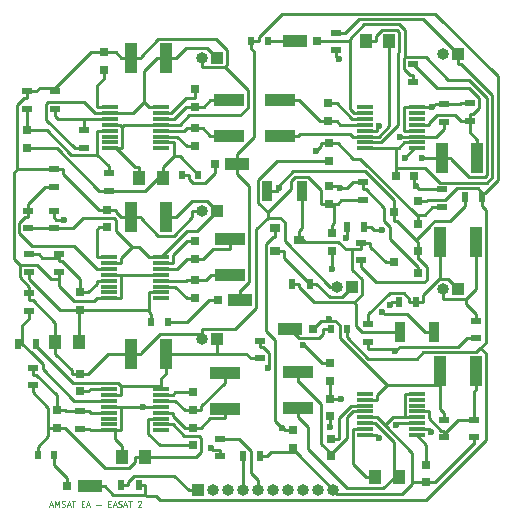
<source format=gbr>
G04 #@! TF.FileFunction,Copper,L1,Top,Signal*
%FSLAX46Y46*%
G04 Gerber Fmt 4.6, Leading zero omitted, Abs format (unit mm)*
G04 Created by KiCad (PCBNEW 4.0.7) date 04/11/18 20:39:28*
%MOMM*%
%LPD*%
G01*
G04 APERTURE LIST*
%ADD10C,0.100000*%
%ADD11C,0.125000*%
%ADD12R,0.800000X0.800000*%
%ADD13R,2.000000X1.100000*%
%ADD14R,0.750000X0.800000*%
%ADD15R,2.500000X1.000000*%
%ADD16R,0.900000X0.500000*%
%ADD17R,1.000000X1.250000*%
%ADD18R,0.600000X0.700000*%
%ADD19R,1.400000X0.300000*%
%ADD20R,0.500000X0.900000*%
%ADD21R,1.000000X2.500000*%
%ADD22R,0.800100X0.800100*%
%ADD23R,0.900000X1.700000*%
%ADD24R,0.800000X0.750000*%
%ADD25R,0.900000X0.800000*%
%ADD26R,1.000000X1.000000*%
%ADD27O,1.000000X1.000000*%
%ADD28C,0.600000*%
%ADD29C,0.250000*%
G04 APERTURE END LIST*
D10*
D11*
X126489050Y-124513333D02*
X126727145Y-124513333D01*
X126441431Y-124656190D02*
X126608098Y-124156190D01*
X126774764Y-124656190D01*
X126941431Y-124656190D02*
X126941431Y-124156190D01*
X127108097Y-124513333D01*
X127274764Y-124156190D01*
X127274764Y-124656190D01*
X127489050Y-124632381D02*
X127560479Y-124656190D01*
X127679526Y-124656190D01*
X127727145Y-124632381D01*
X127750955Y-124608571D01*
X127774764Y-124560952D01*
X127774764Y-124513333D01*
X127750955Y-124465714D01*
X127727145Y-124441905D01*
X127679526Y-124418095D01*
X127584288Y-124394286D01*
X127536669Y-124370476D01*
X127512860Y-124346667D01*
X127489050Y-124299048D01*
X127489050Y-124251429D01*
X127512860Y-124203810D01*
X127536669Y-124180000D01*
X127584288Y-124156190D01*
X127703336Y-124156190D01*
X127774764Y-124180000D01*
X127965240Y-124513333D02*
X128203335Y-124513333D01*
X127917621Y-124656190D02*
X128084288Y-124156190D01*
X128250954Y-124656190D01*
X128346192Y-124156190D02*
X128631906Y-124156190D01*
X128489049Y-124656190D02*
X128489049Y-124156190D01*
X129179525Y-124394286D02*
X129346191Y-124394286D01*
X129417620Y-124656190D02*
X129179525Y-124656190D01*
X129179525Y-124156190D01*
X129417620Y-124156190D01*
X129608096Y-124513333D02*
X129846191Y-124513333D01*
X129560477Y-124656190D02*
X129727144Y-124156190D01*
X129893810Y-124656190D01*
X130441429Y-124465714D02*
X130822381Y-124465714D01*
X131441429Y-124394286D02*
X131608095Y-124394286D01*
X131679524Y-124656190D02*
X131441429Y-124656190D01*
X131441429Y-124156190D01*
X131679524Y-124156190D01*
X131870000Y-124513333D02*
X132108095Y-124513333D01*
X131822381Y-124656190D02*
X131989048Y-124156190D01*
X132155714Y-124656190D01*
X132298571Y-124632381D02*
X132370000Y-124656190D01*
X132489047Y-124656190D01*
X132536666Y-124632381D01*
X132560476Y-124608571D01*
X132584285Y-124560952D01*
X132584285Y-124513333D01*
X132560476Y-124465714D01*
X132536666Y-124441905D01*
X132489047Y-124418095D01*
X132393809Y-124394286D01*
X132346190Y-124370476D01*
X132322381Y-124346667D01*
X132298571Y-124299048D01*
X132298571Y-124251429D01*
X132322381Y-124203810D01*
X132346190Y-124180000D01*
X132393809Y-124156190D01*
X132512857Y-124156190D01*
X132584285Y-124180000D01*
X132774761Y-124513333D02*
X133012856Y-124513333D01*
X132727142Y-124656190D02*
X132893809Y-124156190D01*
X133060475Y-124656190D01*
X133155713Y-124156190D02*
X133441427Y-124156190D01*
X133298570Y-124656190D02*
X133298570Y-124156190D01*
X133965236Y-124203810D02*
X133989046Y-124180000D01*
X134036665Y-124156190D01*
X134155712Y-124156190D01*
X134203331Y-124180000D01*
X134227141Y-124203810D01*
X134250950Y-124251429D01*
X134250950Y-124299048D01*
X134227141Y-124370476D01*
X133941427Y-124656190D01*
X134250950Y-124656190D01*
D12*
X148770000Y-109630000D03*
D13*
X146870000Y-109630000D03*
D14*
X150250000Y-115500000D03*
X150250000Y-117000000D03*
X150250000Y-112500000D03*
X150250000Y-114000000D03*
D15*
X147500000Y-116250000D03*
X147500000Y-113250000D03*
D14*
X147070000Y-118180000D03*
X147070000Y-119680000D03*
D16*
X159870000Y-117280000D03*
X159870000Y-118780000D03*
X162570000Y-110380000D03*
X162570000Y-108880000D03*
X162370000Y-117280000D03*
X162370000Y-118780000D03*
X153470000Y-109180000D03*
X153470000Y-110680000D03*
D17*
X156070000Y-122130000D03*
X154070000Y-122130000D03*
D14*
X150070000Y-90480000D03*
X150070000Y-91980000D03*
D18*
X150270000Y-109630000D03*
X151670000Y-109630000D03*
D19*
X157570000Y-118580000D03*
X157570000Y-118080000D03*
X157570000Y-117580000D03*
X157570000Y-117080000D03*
X157570000Y-116580000D03*
X153170000Y-116580000D03*
X153170000Y-117080000D03*
X153170000Y-117580000D03*
X153170000Y-118080000D03*
X153170000Y-118580000D03*
X157570000Y-116080000D03*
X157570000Y-115580000D03*
X157570000Y-115080000D03*
X153170000Y-116080000D03*
X153170000Y-115580000D03*
X153170000Y-115080000D03*
D20*
X132520000Y-122830000D03*
X134020000Y-122830000D03*
D21*
X159570000Y-113130000D03*
X162570000Y-113130000D03*
D14*
X150170000Y-93880000D03*
X150170000Y-95380000D03*
X150370000Y-101480000D03*
X150370000Y-102980000D03*
D15*
X145970000Y-93230000D03*
X145970000Y-90230000D03*
D12*
X149150000Y-85250000D03*
D13*
X147250000Y-85250000D03*
D20*
X161620000Y-98430000D03*
X163120000Y-98430000D03*
D16*
X157270000Y-88680000D03*
X157270000Y-87180000D03*
D14*
X158370000Y-121080000D03*
X158370000Y-122580000D03*
D16*
X162070000Y-91980000D03*
X162070000Y-90480000D03*
D18*
X144970000Y-85230000D03*
X143570000Y-85230000D03*
D16*
X150750000Y-84500000D03*
X150750000Y-86000000D03*
D21*
X159670000Y-95130000D03*
X162670000Y-95130000D03*
D14*
X150170000Y-97480000D03*
X150170000Y-98980000D03*
D19*
X157550000Y-94300000D03*
X157550000Y-93800000D03*
X157550000Y-93300000D03*
X157550000Y-92800000D03*
X157550000Y-92300000D03*
X153150000Y-92300000D03*
X153150000Y-92800000D03*
X153150000Y-93300000D03*
X153150000Y-93800000D03*
X153150000Y-94300000D03*
X157550000Y-91800000D03*
X157550000Y-91300000D03*
X157550000Y-90800000D03*
X153150000Y-91800000D03*
X153150000Y-91300000D03*
X153150000Y-90800000D03*
D17*
X155250000Y-85250000D03*
X153250000Y-85250000D03*
D16*
X159870000Y-92080000D03*
X159870000Y-90580000D03*
D15*
X141370000Y-113330000D03*
X141370000Y-116330000D03*
D12*
X127970000Y-122930000D03*
D13*
X129870000Y-122930000D03*
D14*
X138600000Y-119450000D03*
X138600000Y-117950000D03*
X138600000Y-116450000D03*
X138600000Y-114950000D03*
D19*
X131470000Y-114680000D03*
X131470000Y-115180000D03*
X131470000Y-115680000D03*
X131470000Y-116180000D03*
X131470000Y-116680000D03*
X135870000Y-116680000D03*
X135870000Y-116180000D03*
X135870000Y-115680000D03*
X135870000Y-115180000D03*
X135870000Y-114680000D03*
X131470000Y-117180000D03*
X131470000Y-117680000D03*
X131470000Y-118180000D03*
X135870000Y-117180000D03*
X135870000Y-117680000D03*
X135870000Y-118180000D03*
D17*
X132570000Y-120430000D03*
X134570000Y-120430000D03*
D16*
X129070000Y-116580000D03*
X129070000Y-118080000D03*
D14*
X127070000Y-117980000D03*
X127070000Y-116480000D03*
D16*
X125070000Y-114380000D03*
X125070000Y-112880000D03*
D21*
X136370000Y-111730000D03*
X133370000Y-111730000D03*
D16*
X124770000Y-108080000D03*
X124770000Y-106580000D03*
D14*
X129070000Y-114880000D03*
X129070000Y-113380000D03*
D16*
X124670000Y-101080000D03*
X124670000Y-99580000D03*
D18*
X125470000Y-120230000D03*
X126870000Y-120230000D03*
D16*
X126970000Y-90980000D03*
X126970000Y-89480000D03*
D15*
X141750000Y-102000000D03*
X141750000Y-105000000D03*
D12*
X140720000Y-107130000D03*
D13*
X142620000Y-107130000D03*
D14*
X138770000Y-106980000D03*
X138770000Y-105480000D03*
X138770000Y-103680000D03*
X138770000Y-102180000D03*
D19*
X131500000Y-103500000D03*
X131500000Y-104000000D03*
X131500000Y-104500000D03*
X131500000Y-105000000D03*
X131500000Y-105500000D03*
X135900000Y-105500000D03*
X135900000Y-105000000D03*
X135900000Y-104500000D03*
X135900000Y-104000000D03*
X135900000Y-103500000D03*
X131500000Y-106000000D03*
X131500000Y-106500000D03*
X131500000Y-107000000D03*
X135900000Y-106000000D03*
X135900000Y-106500000D03*
X135900000Y-107000000D03*
D17*
X126970000Y-110730000D03*
X128970000Y-110730000D03*
D16*
X127270000Y-103280000D03*
X127270000Y-104780000D03*
D14*
X129070000Y-107980000D03*
X129070000Y-106480000D03*
D16*
X124770000Y-104780000D03*
X124770000Y-103280000D03*
D21*
X136370000Y-100130000D03*
X133370000Y-100130000D03*
D20*
X125320000Y-110830000D03*
X123820000Y-110830000D03*
D14*
X131370000Y-100980000D03*
X131370000Y-99480000D03*
D16*
X129370000Y-94280000D03*
X129370000Y-92780000D03*
D18*
X135070000Y-109030000D03*
X136470000Y-109030000D03*
D16*
X144270000Y-110580000D03*
X144270000Y-112080000D03*
D19*
X131550000Y-90800000D03*
X131550000Y-91300000D03*
X131550000Y-91800000D03*
X131550000Y-92300000D03*
X131550000Y-92800000D03*
X135950000Y-92800000D03*
X135950000Y-92300000D03*
X135950000Y-91800000D03*
X135950000Y-91300000D03*
X135950000Y-90800000D03*
X131550000Y-93300000D03*
X131550000Y-93800000D03*
X131550000Y-94300000D03*
X135950000Y-93300000D03*
X135950000Y-93800000D03*
X135950000Y-94300000D03*
D22*
X157670760Y-100680000D03*
X157670760Y-98780000D03*
X155671780Y-99730000D03*
D23*
X159020000Y-109830000D03*
X156120000Y-109830000D03*
D17*
X134050000Y-96800000D03*
X136050000Y-96800000D03*
D21*
X136370000Y-86630000D03*
X133370000Y-86630000D03*
D14*
X138770000Y-90780000D03*
X138770000Y-89280000D03*
X138770000Y-94080000D03*
X138770000Y-92580000D03*
X131070000Y-87680000D03*
X131070000Y-86180000D03*
X124570000Y-94280000D03*
X124570000Y-92780000D03*
X150270000Y-118880000D03*
X150270000Y-120380000D03*
D24*
X155820000Y-96630000D03*
X157320000Y-96630000D03*
D18*
X139070000Y-96530000D03*
X137670000Y-96530000D03*
D12*
X140470000Y-95630000D03*
D13*
X142370000Y-95630000D03*
D15*
X141670000Y-90230000D03*
X141670000Y-93230000D03*
D16*
X140870000Y-118880000D03*
X140870000Y-120380000D03*
X126870000Y-99580000D03*
X126870000Y-101080000D03*
X126870000Y-97580000D03*
X126870000Y-96080000D03*
X131470000Y-97880000D03*
X131470000Y-96380000D03*
X124570000Y-90980000D03*
X124570000Y-89480000D03*
X159670000Y-99280000D03*
X159670000Y-97780000D03*
X152870000Y-102280000D03*
X152870000Y-103780000D03*
D23*
X147820000Y-97930000D03*
X144920000Y-97930000D03*
D16*
X152970000Y-97180000D03*
X152970000Y-98680000D03*
D20*
X148500000Y-105750000D03*
X147000000Y-105750000D03*
D22*
X157670760Y-104880000D03*
X157670760Y-102980000D03*
X155671780Y-103930000D03*
D21*
X159570000Y-102230000D03*
X162570000Y-102230000D03*
D20*
X142820000Y-120330000D03*
X144320000Y-120330000D03*
X151620000Y-100930000D03*
X153120000Y-100930000D03*
X156020000Y-107330000D03*
X157520000Y-107330000D03*
D25*
X145570000Y-101080000D03*
X145570000Y-102980000D03*
X147570000Y-102030000D03*
D26*
X140670000Y-99630000D03*
D27*
X139400000Y-99630000D03*
D26*
X140670000Y-110430000D03*
D27*
X139400000Y-110430000D03*
D26*
X140670000Y-86630000D03*
D27*
X139400000Y-86630000D03*
D26*
X161070000Y-86330000D03*
D27*
X159800000Y-86330000D03*
D26*
X161070000Y-106230000D03*
D27*
X159800000Y-106230000D03*
D26*
X152070000Y-106030000D03*
D27*
X150800000Y-106030000D03*
D26*
X139070000Y-123230000D03*
D27*
X140340000Y-123230000D03*
X141610000Y-123230000D03*
X142880000Y-123230000D03*
X144150000Y-123230000D03*
X145420000Y-123230000D03*
X146690000Y-123230000D03*
X147960000Y-123230000D03*
X149230000Y-123230000D03*
X150500000Y-123230000D03*
D28*
X140134200Y-119630000D03*
X134363400Y-116180000D03*
X158895100Y-90800000D03*
X154358900Y-92420200D03*
X151138400Y-115500000D03*
X157497300Y-97507500D03*
X154650700Y-101187500D03*
X158790400Y-118275100D03*
X154372400Y-118810100D03*
X156537700Y-95127300D03*
X147917000Y-110988400D03*
X149042700Y-94535600D03*
X151067100Y-97676800D03*
X145880600Y-97700400D03*
X150198000Y-117905100D03*
X157991900Y-95127300D03*
X150118300Y-108743400D03*
X150415500Y-104521600D03*
X146169200Y-118011100D03*
X154647500Y-108132600D03*
X156135600Y-93300000D03*
X150945900Y-86771200D03*
X155807300Y-117720800D03*
X155751900Y-111485700D03*
X127733700Y-100332300D03*
X144931200Y-112871100D03*
X151535400Y-101885600D03*
X155259300Y-107526700D03*
D29*
X136370000Y-86630000D02*
X135544700Y-86630000D01*
X126194600Y-91879900D02*
X128594700Y-94280000D01*
X126194600Y-90520300D02*
X126194600Y-91879900D01*
X126310300Y-90404600D02*
X126194600Y-90520300D01*
X129428900Y-90404600D02*
X126310300Y-90404600D01*
X130324300Y-91300000D02*
X129428900Y-90404600D01*
X131550000Y-91300000D02*
X130324300Y-91300000D01*
X129370000Y-94280000D02*
X128594700Y-94280000D01*
X135950000Y-90800000D02*
X134924700Y-90800000D01*
X140308900Y-119804700D02*
X140870000Y-119804700D01*
X140134200Y-119630000D02*
X140308900Y-119804700D01*
X140870000Y-120380000D02*
X140870000Y-119804700D01*
X131550000Y-91300000D02*
X132575300Y-91300000D01*
X133499900Y-91300000D02*
X132575300Y-91300000D01*
X134462300Y-90337600D02*
X133499900Y-91300000D01*
X134924700Y-90800000D02*
X134462300Y-90337600D01*
X134462300Y-87712400D02*
X135544700Y-86630000D01*
X134462300Y-90337600D02*
X134462300Y-87712400D01*
X138020600Y-85804700D02*
X137195300Y-86630000D01*
X139844700Y-85804700D02*
X138020600Y-85804700D01*
X140670000Y-86630000D02*
X139844700Y-85804700D01*
X136370000Y-86630000D02*
X137195300Y-86630000D01*
X129945300Y-118180000D02*
X129845300Y-118080000D01*
X131470000Y-118180000D02*
X129945300Y-118180000D01*
X129070000Y-118080000D02*
X129845300Y-118080000D01*
X131420300Y-111730000D02*
X129770300Y-113380000D01*
X133370000Y-111730000D02*
X131420300Y-111730000D01*
X129070000Y-113380000D02*
X129770300Y-113380000D01*
X124570000Y-89480000D02*
X124570000Y-90055300D01*
X150250000Y-115500000D02*
X150250000Y-114774700D01*
X126970000Y-89480000D02*
X126970000Y-89192300D01*
X125633000Y-89192300D02*
X125345300Y-89480000D01*
X126970000Y-89192300D02*
X125633000Y-89192300D01*
X124570000Y-89480000D02*
X125345300Y-89480000D01*
X132495300Y-118180000D02*
X132495300Y-116180000D01*
X131470000Y-116180000D02*
X132495300Y-116180000D01*
X124770000Y-106580000D02*
X124770000Y-106004700D01*
X124770000Y-106580000D02*
X124770000Y-107155300D01*
X126970000Y-109067700D02*
X126970000Y-110730000D01*
X125057600Y-107155300D02*
X126970000Y-109067700D01*
X124770000Y-107155300D02*
X125057600Y-107155300D01*
X128369700Y-113080000D02*
X128369700Y-113380000D01*
X126970000Y-111680300D02*
X128369700Y-113080000D01*
X126970000Y-110730000D02*
X126970000Y-111680300D01*
X129070000Y-113380000D02*
X128369700Y-113380000D01*
X123947800Y-105182500D02*
X123947800Y-104204600D01*
X124770000Y-106004700D02*
X123947800Y-105182500D01*
X150170000Y-98980000D02*
X149469700Y-98980000D01*
X151170300Y-98680000D02*
X150870300Y-98980000D01*
X152970000Y-98680000D02*
X151170300Y-98680000D01*
X127270000Y-104780000D02*
X127270000Y-105355300D01*
X123746900Y-96080000D02*
X126094700Y-96080000D01*
X123434500Y-96392400D02*
X123746900Y-96080000D01*
X123434500Y-103691300D02*
X123434500Y-96392400D01*
X123947800Y-104204600D02*
X123434500Y-103691300D01*
X124282400Y-90055300D02*
X124570000Y-90055300D01*
X123746900Y-90590800D02*
X124282400Y-90055300D01*
X123746900Y-96080000D02*
X123746900Y-90590800D01*
X126482400Y-96080000D02*
X126094700Y-96080000D01*
X131470000Y-118180000D02*
X131982700Y-118180000D01*
X131982700Y-118180000D02*
X132495300Y-118180000D01*
X131982700Y-118892400D02*
X132570000Y-119479700D01*
X131982700Y-118180000D02*
X131982700Y-118892400D01*
X132570000Y-120430000D02*
X132570000Y-119479700D01*
X139400000Y-110430000D02*
X139400000Y-109992300D01*
X139400000Y-109992300D02*
X139400000Y-109604700D01*
X134195300Y-111626800D02*
X134195300Y-111730000D01*
X135829800Y-109992300D02*
X134195300Y-111626800D01*
X139400000Y-109992300D02*
X135829800Y-109992300D01*
X132525300Y-107000000D02*
X132525300Y-105000000D01*
X131500000Y-107000000D02*
X132525300Y-107000000D01*
X131500000Y-105000000D02*
X132525300Y-105000000D01*
X135900000Y-105000000D02*
X132525300Y-105000000D01*
X139400000Y-99630000D02*
X138574700Y-99630000D01*
X149469700Y-97819000D02*
X149469700Y-98980000D01*
X148370300Y-96719600D02*
X149469700Y-97819000D01*
X147254700Y-96719600D02*
X148370300Y-96719600D01*
X146905700Y-97068600D02*
X147254700Y-96719600D01*
X146905700Y-97768500D02*
X146905700Y-97068600D01*
X144946600Y-99727600D02*
X146905700Y-97768500D01*
X162295000Y-119355300D02*
X162370000Y-119355300D01*
X159070300Y-122580000D02*
X162295000Y-119355300D01*
X158370000Y-122580000D02*
X159070300Y-122580000D01*
X162370000Y-118780000D02*
X162370000Y-119355300D01*
X125423900Y-104204600D02*
X123947800Y-104204600D01*
X126574600Y-105355300D02*
X125423900Y-104204600D01*
X127270000Y-105355300D02*
X126574600Y-105355300D01*
X131500000Y-107000000D02*
X130474700Y-107000000D01*
X130269300Y-107205400D02*
X130474700Y-107000000D01*
X128559200Y-107205400D02*
X130269300Y-107205400D01*
X127270000Y-105916200D02*
X128559200Y-107205400D01*
X127270000Y-105355300D02*
X127270000Y-105916200D01*
X133370000Y-111730000D02*
X134195300Y-111730000D01*
X135870000Y-116180000D02*
X134844700Y-116180000D01*
X134363400Y-116180000D02*
X132495300Y-116180000D01*
X134363400Y-116180000D02*
X134844700Y-116180000D01*
X150170000Y-98980000D02*
X150520200Y-98980000D01*
X150520200Y-98980000D02*
X150870300Y-98980000D01*
X150520200Y-100604500D02*
X150370000Y-100754700D01*
X150520200Y-98980000D02*
X150520200Y-100604500D01*
X150370000Y-101480000D02*
X150370000Y-100754700D01*
X131550000Y-92300000D02*
X132062700Y-92300000D01*
X145996600Y-100164300D02*
X144946600Y-100164300D01*
X146407700Y-100575400D02*
X145996600Y-100164300D01*
X146407700Y-102180000D02*
X146407700Y-100575400D01*
X150257700Y-106030000D02*
X146407700Y-102180000D01*
X150800000Y-106030000D02*
X150257700Y-106030000D01*
X143960700Y-101150200D02*
X144946600Y-100164300D01*
X143960700Y-107808700D02*
X143960700Y-101150200D01*
X142164700Y-109604700D02*
X143960700Y-107808700D01*
X139400000Y-109604700D02*
X142164700Y-109604700D01*
X144946600Y-99727700D02*
X144946600Y-99727600D01*
X144946600Y-100164300D02*
X144946600Y-99727700D01*
X139400000Y-86630000D02*
X139400000Y-87455300D01*
X158370000Y-122580000D02*
X157669700Y-122580000D01*
X137491100Y-92300000D02*
X135950000Y-92300000D01*
X138285700Y-91505400D02*
X137491100Y-92300000D01*
X142638200Y-91505400D02*
X138285700Y-91505400D01*
X143251300Y-90892300D02*
X142638200Y-91505400D01*
X143251300Y-89380200D02*
X143251300Y-90892300D01*
X141326500Y-87455400D02*
X143251300Y-89380200D01*
X139400100Y-87455400D02*
X139400000Y-87455300D01*
X141326500Y-87455400D02*
X139400100Y-87455400D01*
X141495400Y-87286500D02*
X141326500Y-87455400D01*
X141495400Y-85962600D02*
X141495400Y-87286500D01*
X140571200Y-85038400D02*
X141495400Y-85962600D01*
X135683700Y-85038400D02*
X140571200Y-85038400D01*
X134195300Y-86526800D02*
X135683700Y-85038400D01*
X134195300Y-86630000D02*
X134195300Y-86526800D01*
X133370000Y-86630000D02*
X134195300Y-86630000D01*
X161194700Y-90580000D02*
X161294700Y-90480000D01*
X159870000Y-90580000D02*
X161194700Y-90580000D01*
X162070000Y-90480000D02*
X161294700Y-90480000D01*
X159800000Y-106230000D02*
X159800000Y-107055300D01*
X162570000Y-108880000D02*
X162570000Y-108304700D01*
X161711200Y-107445900D02*
X162570000Y-108304700D01*
X161711200Y-107055400D02*
X161711200Y-107445900D01*
X159800100Y-107055400D02*
X159800000Y-107055300D01*
X161711200Y-107055400D02*
X159800100Y-107055400D01*
X129982300Y-86180000D02*
X131070000Y-86180000D01*
X126970000Y-89192300D02*
X129982300Y-86180000D01*
X132094700Y-86180000D02*
X132544700Y-86630000D01*
X131070000Y-86180000D02*
X132094700Y-86180000D01*
X133370000Y-86630000D02*
X132544700Y-86630000D01*
X147070000Y-119680000D02*
X147070000Y-120042600D01*
X144320000Y-120330000D02*
X144895300Y-120330000D01*
X145182700Y-120042600D02*
X147070000Y-120042600D01*
X144895300Y-120330000D02*
X145182700Y-120042600D01*
X147312600Y-120042600D02*
X150500000Y-123230000D01*
X147070000Y-120042600D02*
X147312600Y-120042600D01*
X156524700Y-90800000D02*
X156524700Y-92800000D01*
X157550000Y-90800000D02*
X156524700Y-90800000D01*
X157550000Y-92800000D02*
X156524700Y-92800000D01*
X157550000Y-90800000D02*
X158575300Y-90800000D01*
X158895100Y-90800000D02*
X158575300Y-90800000D01*
X159094700Y-90600400D02*
X159094700Y-90580000D01*
X158895100Y-90800000D02*
X159094700Y-90600400D01*
X159870000Y-90580000D02*
X159094700Y-90580000D01*
X154175300Y-92603800D02*
X154358900Y-92420200D01*
X154175300Y-92800000D02*
X154175300Y-92603800D01*
X153150000Y-92800000D02*
X154175300Y-92800000D01*
X150250000Y-114000000D02*
X150250000Y-114774700D01*
X150250000Y-115500000D02*
X150950300Y-115500000D01*
X150950300Y-115500000D02*
X151138400Y-115500000D01*
X157173500Y-122704000D02*
X157173500Y-122580000D01*
X156305200Y-123572300D02*
X157173500Y-122704000D01*
X150842300Y-123572300D02*
X156305200Y-123572300D01*
X150500000Y-123230000D02*
X150842300Y-123572300D01*
X157173500Y-122580000D02*
X157669700Y-122580000D01*
X153170000Y-117080000D02*
X154195300Y-117080000D01*
X157570000Y-115080000D02*
X156544700Y-115080000D01*
X157570000Y-117080000D02*
X156544700Y-117080000D01*
X156544700Y-115080000D02*
X156544700Y-117080000D01*
X154195300Y-117080000D02*
X154870200Y-117754900D01*
X157173500Y-120058200D02*
X157173500Y-122580000D01*
X154870200Y-117754900D02*
X157173500Y-120058200D01*
X155545100Y-117080000D02*
X156544700Y-117080000D01*
X154870200Y-117754900D02*
X155545100Y-117080000D01*
X145702300Y-95380000D02*
X150170000Y-95380000D01*
X144137600Y-96944700D02*
X145702300Y-95380000D01*
X144137600Y-98918700D02*
X144137600Y-96944700D01*
X144946600Y-99727600D02*
X144137600Y-98918700D01*
X132754100Y-92300000D02*
X135950000Y-92300000D01*
X132575400Y-92478700D02*
X132754100Y-92300000D01*
X132575400Y-94299900D02*
X132575300Y-94300000D01*
X132575400Y-92478700D02*
X132575400Y-94299900D01*
X132396700Y-92300000D02*
X132575400Y-92478700D01*
X132062700Y-92300000D02*
X132396700Y-92300000D01*
X131550000Y-94300000D02*
X132135200Y-94300000D01*
X132135200Y-94300000D02*
X132575300Y-94300000D01*
X133684900Y-95849700D02*
X134050000Y-95849700D01*
X132135200Y-94300000D02*
X133684900Y-95849700D01*
X134050000Y-96800000D02*
X134050000Y-95849700D01*
X162570000Y-106196600D02*
X161711200Y-107055400D01*
X162570000Y-103805300D02*
X162570000Y-106196600D01*
X162570000Y-102230000D02*
X162570000Y-103805300D01*
X157320000Y-96630000D02*
X157320000Y-97330300D01*
X157497200Y-97507500D02*
X157497300Y-97507500D01*
X157320000Y-97330300D02*
X157497200Y-97507500D01*
X157769800Y-97780000D02*
X157497300Y-97507500D01*
X159670000Y-97780000D02*
X157769800Y-97780000D01*
X132070300Y-99655600D02*
X132070300Y-99480000D01*
X132544700Y-100130000D02*
X132070300Y-99655600D01*
X138574700Y-100145800D02*
X138574700Y-99630000D01*
X137015100Y-101705400D02*
X138574700Y-100145800D01*
X135667500Y-101705400D02*
X137015100Y-101705400D01*
X134195300Y-100233200D02*
X135667500Y-101705400D01*
X134195300Y-100130000D02*
X134195300Y-100233200D01*
X133370000Y-100130000D02*
X134195300Y-100130000D01*
X133370000Y-100130000D02*
X132544700Y-100130000D01*
X131370000Y-99480000D02*
X132070300Y-99480000D01*
X126482400Y-96080000D02*
X126870000Y-96080000D01*
X127645300Y-96455600D02*
X130669700Y-99480000D01*
X127645300Y-96080000D02*
X127645300Y-96455600D01*
X131370000Y-99480000D02*
X130669700Y-99480000D01*
X126870000Y-96080000D02*
X127645300Y-96080000D01*
X126870000Y-101080000D02*
X124670000Y-101080000D01*
X136370000Y-100130000D02*
X137195300Y-100130000D01*
X131500000Y-104000000D02*
X132525300Y-104000000D01*
X135900000Y-103500000D02*
X134874700Y-103500000D01*
X140618500Y-99630000D02*
X140670000Y-99630000D01*
X139783300Y-98794800D02*
X140618500Y-99630000D01*
X138530500Y-98794800D02*
X139783300Y-98794800D01*
X137195300Y-100130000D02*
X138530500Y-98794800D01*
X138112200Y-101287800D02*
X135900000Y-103500000D01*
X138960700Y-101287800D02*
X138112200Y-101287800D01*
X140618500Y-99630000D02*
X138960700Y-101287800D01*
X134024300Y-102649600D02*
X133488600Y-102649600D01*
X134874700Y-103500000D02*
X134024300Y-102649600D01*
X132525300Y-103612900D02*
X132525300Y-104000000D01*
X133488600Y-102649600D02*
X132525300Y-103612900D01*
X132114500Y-101275500D02*
X133488600Y-102649600D01*
X132114500Y-100390400D02*
X132114500Y-101275500D01*
X131929500Y-100205400D02*
X132114500Y-100390400D01*
X129341900Y-100205400D02*
X131929500Y-100205400D01*
X128467300Y-101080000D02*
X129341900Y-100205400D01*
X127645300Y-101080000D02*
X128467300Y-101080000D01*
X126870000Y-101080000D02*
X127645300Y-101080000D01*
X131470000Y-115180000D02*
X132495300Y-115180000D01*
X136370000Y-111730000D02*
X136370000Y-113305300D01*
X132495300Y-114439300D02*
X132520700Y-114413900D01*
X132495300Y-115180000D02*
X132495300Y-114439300D01*
X125320000Y-111013200D02*
X125320000Y-110830000D01*
X128458500Y-114151700D02*
X125320000Y-111013200D01*
X132258500Y-114151700D02*
X128458500Y-114151700D01*
X132520700Y-114413900D02*
X132258500Y-114151700D01*
X135870000Y-114413900D02*
X132520700Y-114413900D01*
X135870000Y-114680000D02*
X135870000Y-114413900D01*
X135870000Y-113805300D02*
X136370000Y-113305300D01*
X135870000Y-114413900D02*
X135870000Y-113805300D01*
X144270000Y-112080000D02*
X143494700Y-112080000D01*
X140670000Y-110430000D02*
X140670000Y-111255300D01*
X140670000Y-111255300D02*
X140670000Y-111706800D01*
X140646800Y-111730000D02*
X140670000Y-111706800D01*
X136370000Y-111730000D02*
X140646800Y-111730000D01*
X143121500Y-111706800D02*
X143494700Y-112080000D01*
X140670000Y-111706800D02*
X143121500Y-111706800D01*
X139544700Y-90780000D02*
X140094700Y-90230000D01*
X138770000Y-90780000D02*
X139544700Y-90780000D01*
X141670000Y-90230000D02*
X140094700Y-90230000D01*
X137995300Y-90780000D02*
X138770000Y-90780000D01*
X136975300Y-91800000D02*
X137995300Y-90780000D01*
X135950000Y-91800000D02*
X136975300Y-91800000D01*
X138060200Y-90005300D02*
X138770000Y-90005300D01*
X136765500Y-91300000D02*
X138060200Y-90005300D01*
X135950000Y-91300000D02*
X136765500Y-91300000D01*
X138770000Y-89280000D02*
X138770000Y-90005300D01*
X140325000Y-102825300D02*
X139470300Y-103680000D01*
X141750000Y-102825300D02*
X140325000Y-102825300D01*
X141750000Y-102000000D02*
X141750000Y-102825300D01*
X139120200Y-103680000D02*
X139470300Y-103680000D01*
X139120200Y-103680000D02*
X138770000Y-103680000D01*
X137249700Y-104500000D02*
X135900000Y-104500000D01*
X138069700Y-103680000D02*
X137249700Y-104500000D01*
X138770000Y-103680000D02*
X138069700Y-103680000D01*
X136925300Y-103324400D02*
X138069700Y-102180000D01*
X136925300Y-104000000D02*
X136925300Y-103324400D01*
X138770000Y-102180000D02*
X138069700Y-102180000D01*
X135900000Y-104000000D02*
X136925300Y-104000000D01*
X137129700Y-115680000D02*
X137899700Y-116450000D01*
X135870000Y-115680000D02*
X137129700Y-115680000D01*
X138600000Y-116450000D02*
X137899700Y-116450000D01*
X141370000Y-113330000D02*
X141370000Y-114155300D01*
X138600000Y-116450000D02*
X139300300Y-116450000D01*
X139300300Y-116150300D02*
X139300300Y-116450000D01*
X141295300Y-114155300D02*
X139300300Y-116150300D01*
X141370000Y-114155300D02*
X141295300Y-114155300D01*
X137125300Y-114950000D02*
X138600000Y-114950000D01*
X136895300Y-115180000D02*
X137125300Y-114950000D01*
X135870000Y-115180000D02*
X136895300Y-115180000D01*
X137289700Y-93300000D02*
X135950000Y-93300000D01*
X138069700Y-94080000D02*
X137289700Y-93300000D01*
X138770000Y-94080000D02*
X138069700Y-94080000D01*
X139470300Y-92605600D02*
X140094700Y-93230000D01*
X139470300Y-92580000D02*
X139470300Y-92605600D01*
X141670000Y-93230000D02*
X140094700Y-93230000D01*
X138770000Y-92580000D02*
X139470300Y-92580000D01*
X137849700Y-92800000D02*
X138069700Y-92580000D01*
X135950000Y-92800000D02*
X137849700Y-92800000D01*
X138770000Y-92580000D02*
X138069700Y-92580000D01*
X137089700Y-106000000D02*
X138069700Y-106980000D01*
X135900000Y-106000000D02*
X137089700Y-106000000D01*
X138770000Y-106980000D02*
X138069700Y-106980000D01*
X139694700Y-105480000D02*
X140174700Y-105000000D01*
X138770000Y-105480000D02*
X139694700Y-105480000D01*
X141750000Y-105000000D02*
X140174700Y-105000000D01*
X138049700Y-105500000D02*
X138069700Y-105480000D01*
X135900000Y-105500000D02*
X138049700Y-105500000D01*
X138770000Y-105480000D02*
X138069700Y-105480000D01*
X135829900Y-119450000D02*
X138600000Y-119450000D01*
X134844700Y-118464800D02*
X135829900Y-119450000D01*
X134844700Y-117180000D02*
X134844700Y-118464800D01*
X135870000Y-117180000D02*
X134844700Y-117180000D01*
X140095000Y-117155300D02*
X139300300Y-117950000D01*
X141370000Y-117155300D02*
X140095000Y-117155300D01*
X141370000Y-116330000D02*
X141370000Y-117155300D01*
X138600000Y-117950000D02*
X139300300Y-117950000D01*
X136895300Y-116945600D02*
X137899700Y-117950000D01*
X136895300Y-116680000D02*
X136895300Y-116945600D01*
X138600000Y-117950000D02*
X137899700Y-117950000D01*
X135870000Y-116680000D02*
X136895300Y-116680000D01*
X130524700Y-88950600D02*
X131070000Y-88405300D01*
X130524700Y-90800000D02*
X130524700Y-88950600D01*
X131550000Y-90800000D02*
X130524700Y-90800000D01*
X131070000Y-87680000D02*
X131070000Y-88405300D01*
X130474700Y-101175000D02*
X130669700Y-100980000D01*
X130474700Y-103500000D02*
X130474700Y-101175000D01*
X131500000Y-103500000D02*
X130474700Y-103500000D01*
X131370000Y-100980000D02*
X130669700Y-100980000D01*
X129970300Y-114680000D02*
X129770300Y-114880000D01*
X131470000Y-114680000D02*
X129970300Y-114680000D01*
X129070000Y-114880000D02*
X129770300Y-114880000D01*
X127094700Y-94280000D02*
X124570000Y-94280000D01*
X130694700Y-97880000D02*
X127094700Y-94280000D01*
X131470000Y-97880000D02*
X130694700Y-97880000D01*
X135950000Y-93800000D02*
X136975300Y-93800000D01*
X136975300Y-93800000D02*
X136975300Y-94974800D01*
X137514800Y-94974800D02*
X139070000Y-96530000D01*
X136975300Y-94974800D02*
X137514800Y-94974800D01*
X136100400Y-95849700D02*
X136050000Y-95849700D01*
X136975300Y-94974800D02*
X136100400Y-95849700D01*
X136050000Y-96800000D02*
X136050000Y-96324800D01*
X136050000Y-96324800D02*
X136050000Y-95849700D01*
X134578400Y-97880000D02*
X131470000Y-97880000D01*
X136050000Y-96408400D02*
X134578400Y-97880000D01*
X136050000Y-96324800D02*
X136050000Y-96408400D01*
X124770000Y-104780000D02*
X124770000Y-105355300D01*
X128970000Y-110730000D02*
X128970000Y-109779700D01*
X128970000Y-107980000D02*
X128970000Y-109779700D01*
X127394700Y-107980000D02*
X128970000Y-107980000D01*
X124770000Y-105355300D02*
X127394700Y-107980000D01*
X128970000Y-107980000D02*
X129070000Y-107980000D01*
X135900000Y-106500000D02*
X134874700Y-106500000D01*
X135070000Y-109030000D02*
X135070000Y-108354700D01*
X129070000Y-107980000D02*
X129770300Y-107980000D01*
X134874700Y-107980000D02*
X129770300Y-107980000D01*
X134874700Y-106500000D02*
X134874700Y-107980000D01*
X134874700Y-108159400D02*
X135070000Y-108354700D01*
X134874700Y-107980000D02*
X134874700Y-108159400D01*
X125470000Y-120230000D02*
X125470000Y-119554700D01*
X126369700Y-118655000D02*
X126369700Y-117980000D01*
X125470000Y-119554700D02*
X126369700Y-118655000D01*
X126369700Y-116255000D02*
X125070000Y-114955300D01*
X126369700Y-117980000D02*
X126369700Y-116255000D01*
X127070000Y-117980000D02*
X126369700Y-117980000D01*
X125070000Y-114380000D02*
X125070000Y-114955300D01*
X135870000Y-117680000D02*
X136895300Y-117680000D01*
X127070000Y-117980000D02*
X127770300Y-117980000D01*
X138856900Y-120430000D02*
X134570000Y-120430000D01*
X139305500Y-119981400D02*
X138856900Y-120430000D01*
X139305500Y-118852200D02*
X139305500Y-119981400D01*
X139128700Y-118675400D02*
X139305500Y-118852200D01*
X137890700Y-118675400D02*
X139128700Y-118675400D01*
X136895300Y-117680000D02*
X137890700Y-118675400D01*
X131172000Y-121381700D02*
X127770300Y-117980000D01*
X133205600Y-121381700D02*
X131172000Y-121381700D01*
X133744700Y-120842600D02*
X133205600Y-121381700D01*
X133744700Y-120430000D02*
X133744700Y-120842600D01*
X134570000Y-120430000D02*
X133744700Y-120430000D01*
X131550000Y-92800000D02*
X130524700Y-92800000D01*
X131470000Y-96380000D02*
X131470000Y-95804700D01*
X124570000Y-90980000D02*
X124570000Y-92780000D01*
X130524700Y-92800000D02*
X130524700Y-94859400D01*
X130524700Y-94859400D02*
X131470000Y-95804700D01*
X128311000Y-94859400D02*
X130524700Y-94859400D01*
X126231600Y-92780000D02*
X128311000Y-94859400D01*
X124570000Y-92780000D02*
X126231600Y-92780000D01*
X130474700Y-105775600D02*
X129770300Y-106480000D01*
X130474700Y-105500000D02*
X130474700Y-105775600D01*
X129070000Y-106480000D02*
X129770300Y-106480000D01*
X131500000Y-105500000D02*
X130474700Y-105500000D01*
X129070000Y-105367700D02*
X129070000Y-106480000D01*
X127557600Y-103855300D02*
X129070000Y-105367700D01*
X127270000Y-103855300D02*
X127557600Y-103855300D01*
X127270000Y-103280000D02*
X127270000Y-103567600D01*
X127270000Y-103567600D02*
X127270000Y-103855300D01*
X125832900Y-103567600D02*
X125545300Y-103280000D01*
X127270000Y-103567600D02*
X125832900Y-103567600D01*
X124770000Y-103280000D02*
X125545300Y-103280000D01*
X127070000Y-115167700D02*
X127070000Y-116480000D01*
X125357600Y-113455300D02*
X127070000Y-115167700D01*
X125070000Y-113455300D02*
X125357600Y-113455300D01*
X125070000Y-112880000D02*
X125070000Y-113455300D01*
X127870300Y-116580000D02*
X127770300Y-116480000D01*
X129070000Y-116580000D02*
X127870300Y-116580000D01*
X127070000Y-116480000D02*
X127770300Y-116480000D01*
X129945300Y-116680000D02*
X129845300Y-116580000D01*
X131470000Y-116680000D02*
X129945300Y-116680000D01*
X129070000Y-116580000D02*
X129845300Y-116580000D01*
X150750000Y-84500000D02*
X151525300Y-84500000D01*
X161070000Y-86330000D02*
X161070000Y-87155300D01*
X155820000Y-96630000D02*
X155820000Y-95929700D01*
X152667200Y-83358100D02*
X151525300Y-84500000D01*
X158098100Y-83358100D02*
X152667200Y-83358100D01*
X161070000Y-86330000D02*
X158098100Y-83358100D01*
X157550000Y-93800000D02*
X156524700Y-93800000D01*
X161341000Y-87155300D02*
X161070000Y-87155300D01*
X163956400Y-89770700D02*
X161341000Y-87155300D01*
X163956400Y-96762100D02*
X163956400Y-89770700D01*
X163520700Y-97197800D02*
X163956400Y-96762100D01*
X159503700Y-97197800D02*
X163520700Y-97197800D01*
X158235600Y-95929700D02*
X159503700Y-97197800D01*
X155820000Y-95929700D02*
X158235600Y-95929700D01*
X153150000Y-94300000D02*
X154175300Y-94300000D01*
X155820000Y-94300000D02*
X154175300Y-94300000D01*
X156024700Y-94300000D02*
X155820000Y-94300000D01*
X156524700Y-93800000D02*
X156024700Y-94300000D01*
X155820000Y-94300000D02*
X155820000Y-95929700D01*
X153952800Y-101187500D02*
X153695300Y-100930000D01*
X154650700Y-101187500D02*
X153952800Y-101187500D01*
X153120000Y-100930000D02*
X153695300Y-100930000D01*
X153470000Y-109180000D02*
X153470000Y-108604700D01*
X159570000Y-102230000D02*
X159570000Y-103805300D01*
X159570000Y-105399100D02*
X159570000Y-103805300D01*
X160239100Y-105399100D02*
X159570000Y-105399100D01*
X161070000Y-106230000D02*
X160239100Y-105399100D01*
X157570000Y-118080000D02*
X158595300Y-118080000D01*
X158790400Y-118275100D02*
X158595300Y-118080000D01*
X159450900Y-105399100D02*
X159570000Y-105399100D01*
X158095300Y-106754700D02*
X159450900Y-105399100D01*
X158095300Y-107330000D02*
X158095300Y-106754700D01*
X157520000Y-107330000D02*
X158095300Y-107330000D01*
X153470000Y-108354500D02*
X153470000Y-108604700D01*
X155281400Y-106543100D02*
X153470000Y-108354500D01*
X156445400Y-106543100D02*
X155281400Y-106543100D01*
X156944700Y-107042400D02*
X156445400Y-106543100D01*
X156944700Y-107330000D02*
X156944700Y-107042400D01*
X157520000Y-107330000D02*
X156944700Y-107330000D01*
X153170000Y-118580000D02*
X154195300Y-118580000D01*
X154195300Y-118633000D02*
X154372400Y-118810100D01*
X154195300Y-118580000D02*
X154195300Y-118633000D01*
X157365000Y-94300000D02*
X156537700Y-95127300D01*
X157550000Y-94300000D02*
X157365000Y-94300000D01*
X148038100Y-110988400D02*
X149549700Y-112500000D01*
X147917000Y-110988400D02*
X148038100Y-110988400D01*
X150250000Y-112500000D02*
X149549700Y-112500000D01*
X158370000Y-119380000D02*
X158370000Y-121080000D01*
X157570000Y-118580000D02*
X158370000Y-119380000D01*
X150070000Y-90480000D02*
X150770300Y-90480000D01*
X152090300Y-91800000D02*
X153150000Y-91800000D01*
X150770300Y-90480000D02*
X152090300Y-91800000D01*
X158220100Y-99954600D02*
X157670800Y-99954600D01*
X158894700Y-99280000D02*
X158220100Y-99954600D01*
X159670000Y-99280000D02*
X158894700Y-99280000D01*
X157670800Y-100680000D02*
X157670800Y-99954600D01*
X157549000Y-99954600D02*
X157670800Y-99954600D01*
X152775700Y-95181300D02*
X157549000Y-99954600D01*
X152171600Y-95181300D02*
X152775700Y-95181300D01*
X150870300Y-93880000D02*
X152171600Y-95181300D01*
X150170000Y-93880000D02*
X150870300Y-93880000D01*
X149469700Y-94108600D02*
X149469700Y-93880000D01*
X149042700Y-94535600D02*
X149469700Y-94108600D01*
X150170000Y-93880000D02*
X149469700Y-93880000D01*
X153250000Y-85250000D02*
X154075300Y-85250000D01*
X154500600Y-93800000D02*
X153150000Y-93800000D01*
X156004500Y-92296100D02*
X154500600Y-93800000D01*
X156004500Y-86244700D02*
X156004500Y-92296100D01*
X156075400Y-86173800D02*
X156004500Y-86244700D01*
X156075400Y-84476300D02*
X156075400Y-86173800D01*
X155857800Y-84258700D02*
X156075400Y-84476300D01*
X154629800Y-84258700D02*
X155857800Y-84258700D01*
X154075300Y-84813200D02*
X154629800Y-84258700D01*
X154075300Y-85250000D02*
X154075300Y-84813200D01*
X150170000Y-97480000D02*
X150870300Y-97480000D01*
X150870300Y-97480000D02*
X151067100Y-97676800D01*
X151697900Y-97676800D02*
X152194700Y-97180000D01*
X151067100Y-97676800D02*
X151697900Y-97676800D01*
X152659900Y-97180000D02*
X152194700Y-97180000D01*
X152659900Y-97180000D02*
X152970000Y-97180000D01*
X152970000Y-97180000D02*
X152970000Y-97755300D01*
X153257600Y-97755300D02*
X152970000Y-97755300D01*
X154818200Y-99315900D02*
X153257600Y-97755300D01*
X154818200Y-100470600D02*
X154818200Y-99315900D01*
X155276000Y-100928400D02*
X154818200Y-100470600D01*
X155276000Y-101947400D02*
X155276000Y-100928400D01*
X157670800Y-104342200D02*
X155276000Y-101947400D01*
X157670800Y-104880000D02*
X157670800Y-104342200D01*
X145904700Y-85230000D02*
X145924700Y-85250000D01*
X144970000Y-85230000D02*
X145904700Y-85230000D01*
X147250000Y-85250000D02*
X145924700Y-85250000D01*
X144920000Y-97930000D02*
X145695300Y-97930000D01*
X152870000Y-103780000D02*
X152870000Y-104355300D01*
X154141100Y-105626400D02*
X152870000Y-104355300D01*
X158187500Y-105626400D02*
X154141100Y-105626400D01*
X158396200Y-105417700D02*
X158187500Y-105626400D01*
X158396200Y-104340000D02*
X158396200Y-105417700D01*
X157761500Y-103705300D02*
X158396200Y-104340000D01*
X157670800Y-103705300D02*
X157761500Y-103705300D01*
X157670800Y-102980000D02*
X157670800Y-103705300D01*
X145695300Y-97885700D02*
X145880600Y-97700400D01*
X145695300Y-97930000D02*
X145695300Y-97885700D01*
X155671800Y-98714300D02*
X155671800Y-99004600D01*
X153217500Y-96260000D02*
X155671800Y-98714300D01*
X147069000Y-96260000D02*
X153217500Y-96260000D01*
X145880600Y-97448400D02*
X147069000Y-96260000D01*
X145880600Y-97700400D02*
X145880600Y-97448400D01*
X133095300Y-122542400D02*
X133095300Y-122830000D01*
X133604200Y-122033500D02*
X133095300Y-122542400D01*
X137048200Y-122033500D02*
X133604200Y-122033500D01*
X138244700Y-123230000D02*
X137048200Y-122033500D01*
X139070000Y-123230000D02*
X138244700Y-123230000D01*
X132520000Y-122830000D02*
X133095300Y-122830000D01*
X155671800Y-99367300D02*
X155671800Y-99004600D01*
X157670800Y-102980000D02*
X157670800Y-102254600D01*
X155671800Y-99367300D02*
X155671800Y-99730000D01*
X155671800Y-99730000D02*
X155671800Y-100455300D01*
X161620000Y-98430000D02*
X161620000Y-99205300D01*
X158723700Y-100887900D02*
X157513900Y-102097700D01*
X158723700Y-100813800D02*
X158723700Y-100887900D01*
X159089800Y-100447700D02*
X158723700Y-100813800D01*
X160377600Y-100447700D02*
X159089800Y-100447700D01*
X161620000Y-99205300D02*
X160377600Y-100447700D01*
X155871500Y-100455300D02*
X157513900Y-102097700D01*
X155671800Y-100455300D02*
X155871500Y-100455300D01*
X157513900Y-102097700D02*
X157670800Y-102254600D01*
X149150000Y-85250000D02*
X149875300Y-85250000D01*
X157270000Y-88680000D02*
X157270000Y-88104700D01*
X159670000Y-95130000D02*
X158844700Y-95130000D01*
X150250000Y-117000000D02*
X150250000Y-117725300D01*
X159670000Y-95130000D02*
X160495300Y-95130000D01*
X156490400Y-86640300D02*
X156546700Y-86584000D01*
X156490400Y-87612800D02*
X156490400Y-86640300D01*
X156982300Y-88104700D02*
X156490400Y-87612800D01*
X157270000Y-88104700D02*
X156982300Y-88104700D01*
X158314800Y-86584000D02*
X156546700Y-86584000D01*
X160231100Y-88500300D02*
X158314800Y-86584000D01*
X162001700Y-88500300D02*
X160231100Y-88500300D01*
X163506000Y-90004600D02*
X162001700Y-88500300D01*
X163506000Y-96575600D02*
X163506000Y-90004600D01*
X163376200Y-96705400D02*
X163506000Y-96575600D01*
X161967500Y-96705400D02*
X163376200Y-96705400D01*
X160495300Y-95233200D02*
X161967500Y-96705400D01*
X160495300Y-95130000D02*
X160495300Y-95233200D01*
X150198100Y-117905100D02*
X150198000Y-117905100D01*
X150198100Y-117777200D02*
X150198100Y-117905100D01*
X150250000Y-117725300D02*
X150198100Y-117777200D01*
X151899500Y-85250000D02*
X149875300Y-85250000D01*
X151899500Y-90953000D02*
X151899500Y-85250000D01*
X152246500Y-91300000D02*
X151899500Y-90953000D01*
X153150000Y-91300000D02*
X152246500Y-91300000D01*
X156546700Y-84310700D02*
X156546700Y-86584000D01*
X156044400Y-83808400D02*
X156546700Y-84310700D01*
X153103000Y-83808400D02*
X156044400Y-83808400D01*
X151899500Y-85011900D02*
X153103000Y-83808400D01*
X151899500Y-85250000D02*
X151899500Y-85011900D01*
X158842000Y-95127300D02*
X157991900Y-95127300D01*
X158844700Y-95130000D02*
X158842000Y-95127300D01*
X162070000Y-92954700D02*
X162670000Y-93554700D01*
X162070000Y-91980000D02*
X162070000Y-92954700D01*
X162670000Y-95130000D02*
X162670000Y-93554700D01*
X159265700Y-89175700D02*
X157270000Y-87180000D01*
X161969300Y-89175700D02*
X159265700Y-89175700D01*
X162845400Y-90051800D02*
X161969300Y-89175700D01*
X162845400Y-90916900D02*
X162845400Y-90051800D01*
X162357600Y-91404700D02*
X162845400Y-90916900D01*
X162070000Y-91404700D02*
X162357600Y-91404700D01*
X162070000Y-91980000D02*
X162070000Y-91404700D01*
X160813100Y-91498400D02*
X161294700Y-91980000D01*
X159267000Y-91498400D02*
X160813100Y-91498400D01*
X158575300Y-92190100D02*
X159267000Y-91498400D01*
X158575300Y-92300000D02*
X158575300Y-92190100D01*
X157550000Y-92300000D02*
X158575300Y-92300000D01*
X162070000Y-91980000D02*
X161294700Y-91980000D01*
X159870000Y-117280000D02*
X159870000Y-116704700D01*
X159570000Y-116404700D02*
X159870000Y-116704700D01*
X159570000Y-114604600D02*
X159570000Y-116404700D01*
X159570000Y-113130000D02*
X159570000Y-114305500D01*
X159570000Y-114305500D02*
X159570000Y-114604600D01*
X153170000Y-115580000D02*
X154195300Y-115580000D01*
X155103800Y-114305500D02*
X155038300Y-114371000D01*
X159570000Y-114305500D02*
X155103800Y-114305500D01*
X154195300Y-115214000D02*
X154195300Y-115580000D01*
X155038300Y-114371000D02*
X154195300Y-115214000D01*
X150681500Y-108916100D02*
X150118300Y-108916100D01*
X151044600Y-109279200D02*
X150681500Y-108916100D01*
X151044600Y-110377400D02*
X151044600Y-109279200D01*
X155038300Y-114371000D02*
X151044600Y-110377400D01*
X149483900Y-108916100D02*
X148770000Y-109630000D01*
X150118300Y-108916100D02*
X149483900Y-108916100D01*
X150118300Y-108916100D02*
X150118300Y-108743400D01*
X150370000Y-104476100D02*
X150415500Y-104521600D01*
X150370000Y-102980000D02*
X150370000Y-104476100D01*
X162370000Y-117280000D02*
X162370000Y-116704700D01*
X162370000Y-114905300D02*
X162370000Y-116704700D01*
X162570000Y-114705300D02*
X162370000Y-114905300D01*
X162570000Y-113130000D02*
X162570000Y-114705300D01*
X159632700Y-118204700D02*
X159870000Y-118204700D01*
X158595300Y-117167300D02*
X159632700Y-118204700D01*
X158595300Y-116580000D02*
X158595300Y-117167300D01*
X157570000Y-116580000D02*
X158595300Y-116580000D01*
X159870000Y-118780000D02*
X159870000Y-118492300D01*
X159870000Y-118492300D02*
X159870000Y-118204700D01*
X161082300Y-117280000D02*
X162370000Y-117280000D01*
X159870000Y-118492300D02*
X161082300Y-117280000D01*
X150070000Y-91980000D02*
X149369700Y-91980000D01*
X147619700Y-90230000D02*
X149369700Y-91980000D01*
X145970000Y-90230000D02*
X147619700Y-90230000D01*
X151090300Y-92300000D02*
X150770300Y-91980000D01*
X153150000Y-92300000D02*
X151090300Y-92300000D01*
X150070000Y-91980000D02*
X150770300Y-91980000D01*
X147500000Y-113250000D02*
X147500000Y-114075300D01*
X150270000Y-120117600D02*
X150270000Y-120380000D01*
X150401400Y-120117600D02*
X150270000Y-120117600D01*
X151694300Y-118824700D02*
X150401400Y-120117600D01*
X151694300Y-117030400D02*
X151694300Y-118824700D01*
X152144700Y-116580000D02*
X151694300Y-117030400D01*
X147603200Y-114075300D02*
X147500000Y-114075300D01*
X149495400Y-115967500D02*
X147603200Y-114075300D01*
X149495400Y-119343000D02*
X149495400Y-115967500D01*
X150270000Y-120117600D02*
X149495400Y-119343000D01*
X153170000Y-116580000D02*
X152144700Y-116580000D01*
X155250000Y-85250000D02*
X155250000Y-86200300D01*
X154363600Y-93300000D02*
X153150000Y-93300000D01*
X155250000Y-92413600D02*
X154363600Y-93300000D01*
X155250000Y-86200300D02*
X155250000Y-92413600D01*
X147662800Y-93112500D02*
X147545300Y-93230000D01*
X151937200Y-93112500D02*
X147662800Y-93112500D01*
X152124700Y-93300000D02*
X151937200Y-93112500D01*
X153150000Y-93300000D02*
X152124700Y-93300000D01*
X145970000Y-93230000D02*
X147545300Y-93230000D01*
X147500000Y-116250000D02*
X147500000Y-117075300D01*
X148325300Y-117900600D02*
X147500000Y-117075300D01*
X148325300Y-119745300D02*
X148325300Y-117900600D01*
X151660400Y-123080400D02*
X148325300Y-119745300D01*
X154742700Y-123080400D02*
X151660400Y-123080400D01*
X155635800Y-122187300D02*
X154742700Y-123080400D01*
X155635800Y-122130000D02*
X155635800Y-122187300D01*
X156070000Y-122130000D02*
X155635800Y-122130000D01*
X155635800Y-119189000D02*
X155635800Y-122130000D01*
X154026800Y-117580000D02*
X155635800Y-119189000D01*
X153170000Y-117580000D02*
X154026800Y-117580000D01*
X147070000Y-118180000D02*
X146369700Y-118180000D01*
X145570000Y-101080000D02*
X145570000Y-101805300D01*
X146200800Y-118011100D02*
X146169200Y-118011100D01*
X146369700Y-118180000D02*
X146200800Y-118011100D01*
X142820000Y-122344700D02*
X142820000Y-120330000D01*
X142880000Y-122404700D02*
X142820000Y-122344700D01*
X142880000Y-123230000D02*
X142880000Y-122404700D01*
X145569200Y-117411100D02*
X146169200Y-118011100D01*
X145569200Y-110557400D02*
X145569200Y-117411100D01*
X144785000Y-109773200D02*
X145569200Y-110557400D01*
X144785000Y-102409000D02*
X144785000Y-109773200D01*
X145388700Y-101805300D02*
X144785000Y-102409000D01*
X145570000Y-101805300D02*
X145388700Y-101805300D01*
X139619900Y-97205400D02*
X140470000Y-96355300D01*
X138579900Y-97205400D02*
X139619900Y-97205400D01*
X138295300Y-96920800D02*
X138579900Y-97205400D01*
X138295300Y-96530000D02*
X138295300Y-96920800D01*
X137670000Y-96530000D02*
X138295300Y-96530000D01*
X140470000Y-95630000D02*
X140470000Y-96355300D01*
X138094700Y-109030000D02*
X139994700Y-107130000D01*
X136470000Y-109030000D02*
X138094700Y-109030000D01*
X140720000Y-107130000D02*
X139994700Y-107130000D01*
X126870000Y-121104700D02*
X127970000Y-122204700D01*
X126870000Y-120230000D02*
X126870000Y-121104700D01*
X127970000Y-122930000D02*
X127970000Y-122204700D01*
X163120000Y-98430000D02*
X163120000Y-99205300D01*
X142708300Y-106254700D02*
X142620000Y-106254700D01*
X143325400Y-105637600D02*
X142708300Y-106254700D01*
X143325400Y-97460700D02*
X143325400Y-105637600D01*
X142370000Y-96505300D02*
X143325400Y-97460700D01*
X142370000Y-95630000D02*
X142370000Y-96505300D01*
X142620000Y-107130000D02*
X142620000Y-106254700D01*
X151670000Y-109630000D02*
X151670000Y-110305300D01*
X142370000Y-95630000D02*
X142370000Y-94754700D01*
X143570000Y-85230000D02*
X143570000Y-85905300D01*
X143749300Y-93375400D02*
X142370000Y-94754700D01*
X143749300Y-86084600D02*
X143749300Y-93375400D01*
X143570000Y-85905300D02*
X143749300Y-86084600D01*
X163120000Y-98430000D02*
X163120000Y-98042300D01*
X143570000Y-85230000D02*
X144195300Y-85230000D01*
X134020000Y-122830000D02*
X134595300Y-122830000D01*
X163395400Y-110777200D02*
X162950400Y-111222200D01*
X163395400Y-99480700D02*
X163395400Y-110777200D01*
X163120000Y-99205300D02*
X163395400Y-99480700D01*
X153475700Y-112111000D02*
X151670000Y-110305300D01*
X157553400Y-112111000D02*
X153475700Y-112111000D01*
X158109700Y-111554700D02*
X157553400Y-112111000D01*
X162617900Y-111554700D02*
X158109700Y-111554700D01*
X162950400Y-111222200D02*
X162617900Y-111554700D01*
X129870000Y-122930000D02*
X131195300Y-122930000D01*
X131884500Y-123619200D02*
X131195300Y-122930000D01*
X134595300Y-123619200D02*
X131884500Y-123619200D01*
X134693800Y-123717700D02*
X134595300Y-123619200D01*
X135483100Y-123717700D02*
X134693800Y-123717700D01*
X135820800Y-124055400D02*
X135483100Y-123717700D01*
X158311000Y-124055400D02*
X135820800Y-124055400D01*
X163395400Y-118971000D02*
X158311000Y-124055400D01*
X163395400Y-111667300D02*
X163395400Y-118971000D01*
X162950400Y-111222200D02*
X163395400Y-111667300D01*
X134595300Y-123619200D02*
X134595300Y-122830000D01*
X144195300Y-84839200D02*
X144195300Y-85230000D01*
X146126700Y-82907800D02*
X144195300Y-84839200D01*
X159132300Y-82907800D02*
X146126700Y-82907800D01*
X164406700Y-88182200D02*
X159132300Y-82907800D01*
X164406700Y-96948700D02*
X164406700Y-88182200D01*
X163313100Y-98042300D02*
X164406700Y-96948700D01*
X163120000Y-98042300D02*
X163313100Y-98042300D01*
X162732300Y-97654600D02*
X163120000Y-98042300D01*
X160966800Y-97654600D02*
X162732300Y-97654600D01*
X159916800Y-98704600D02*
X160966800Y-97654600D01*
X158471500Y-98704600D02*
X159916800Y-98704600D01*
X158396100Y-98780000D02*
X158471500Y-98704600D01*
X157670800Y-98780000D02*
X158396100Y-98780000D01*
X147595400Y-110355400D02*
X146870000Y-109630000D01*
X149310100Y-110355400D02*
X147595400Y-110355400D01*
X149644700Y-110020800D02*
X149310100Y-110355400D01*
X149644700Y-109630000D02*
X149644700Y-110020800D01*
X150270000Y-109630000D02*
X149644700Y-109630000D01*
X146345300Y-103595300D02*
X148500000Y-105750000D01*
X146345300Y-102980000D02*
X146345300Y-103595300D01*
X145570000Y-102980000D02*
X146345300Y-102980000D01*
X150185600Y-106860300D02*
X149075300Y-105750000D01*
X151239700Y-106860300D02*
X150185600Y-106860300D01*
X152070000Y-106030000D02*
X151239700Y-106860300D01*
X148500000Y-105750000D02*
X149075300Y-105750000D01*
X156750700Y-108336000D02*
X158244700Y-109830000D01*
X154850900Y-108336000D02*
X156750700Y-108336000D01*
X154647500Y-108132600D02*
X154850900Y-108336000D01*
X159020000Y-109830000D02*
X158244700Y-109830000D01*
X129370000Y-92780000D02*
X129370000Y-92204700D01*
X126970000Y-90980000D02*
X126970000Y-91555300D01*
X129370000Y-91800000D02*
X129370000Y-92204700D01*
X131550000Y-91800000D02*
X129370000Y-91800000D01*
X127214700Y-91800000D02*
X126970000Y-91555300D01*
X129370000Y-91800000D02*
X127214700Y-91800000D01*
X131500000Y-104500000D02*
X130474700Y-104500000D01*
X124670000Y-99580000D02*
X124670000Y-100155300D01*
X126094700Y-97580000D02*
X124670000Y-99004700D01*
X126870000Y-97580000D02*
X126094700Y-97580000D01*
X124670000Y-99580000D02*
X124670000Y-99004700D01*
X128555500Y-102580800D02*
X130474700Y-104500000D01*
X125001800Y-102580800D02*
X128555500Y-102580800D01*
X123894600Y-101473600D02*
X125001800Y-102580800D01*
X123894600Y-100643100D02*
X123894600Y-101473600D01*
X124382400Y-100155300D02*
X123894600Y-100643100D01*
X124670000Y-100155300D02*
X124382400Y-100155300D01*
X123820000Y-110830000D02*
X124107700Y-110830000D01*
X124107700Y-109317600D02*
X124770000Y-108655300D01*
X124107700Y-110830000D02*
X124107700Y-109317600D01*
X124770000Y-108080000D02*
X124770000Y-108655300D01*
X124945400Y-111667700D02*
X124107700Y-110830000D01*
X125024400Y-111667700D02*
X124945400Y-111667700D01*
X125920600Y-112563900D02*
X125024400Y-111667700D01*
X125920600Y-113025300D02*
X125920600Y-112563900D01*
X128575300Y-115680000D02*
X125920600Y-113025300D01*
X131470000Y-115680000D02*
X128575300Y-115680000D01*
X155671800Y-103930000D02*
X154946400Y-103930000D01*
X153645300Y-102628900D02*
X154946400Y-103930000D01*
X153645300Y-102280000D02*
X153645300Y-102628900D01*
X152870000Y-102280000D02*
X153645300Y-102280000D01*
X152870000Y-102280000D02*
X152870000Y-102855300D01*
X147820000Y-101054700D02*
X147820000Y-97930000D01*
X147570000Y-101304700D02*
X147820000Y-101054700D01*
X147570000Y-102030000D02*
X147570000Y-101667300D01*
X147570000Y-101667300D02*
X147570000Y-101304700D01*
X147000000Y-105750000D02*
X147575300Y-105750000D01*
X151563800Y-102855300D02*
X152074500Y-102855300D01*
X150929000Y-102220500D02*
X151563800Y-102855300D01*
X148123200Y-102220500D02*
X150929000Y-102220500D01*
X147570000Y-101667300D02*
X148123200Y-102220500D01*
X152074500Y-102855300D02*
X152870000Y-102855300D01*
X152423500Y-107457300D02*
X152281900Y-107315700D01*
X152423500Y-109315600D02*
X152423500Y-107457300D01*
X152937900Y-109830000D02*
X152423500Y-109315600D01*
X156120000Y-109830000D02*
X152937900Y-109830000D01*
X152895400Y-106702200D02*
X152281900Y-107315700D01*
X152895400Y-105383300D02*
X152895400Y-106702200D01*
X152074500Y-104562400D02*
X152895400Y-105383300D01*
X152074500Y-102855300D02*
X152074500Y-104562400D01*
X147575300Y-106037700D02*
X147575300Y-105750000D01*
X148853300Y-107315700D02*
X147575300Y-106037700D01*
X152281900Y-107315700D02*
X148853300Y-107315700D01*
X150750000Y-86000000D02*
X150750000Y-86575300D01*
X150945900Y-86771200D02*
X150750000Y-86575300D01*
X156135600Y-93300000D02*
X157550000Y-93300000D01*
X159225300Y-93300000D02*
X159870000Y-92655300D01*
X157550000Y-93300000D02*
X159225300Y-93300000D01*
X159870000Y-92080000D02*
X159870000Y-92655300D01*
X153470000Y-110680000D02*
X153470000Y-111255300D01*
X162570000Y-110380000D02*
X161794700Y-110380000D01*
X155521500Y-111255300D02*
X155751900Y-111485700D01*
X153470000Y-111255300D02*
X155521500Y-111255300D01*
X156145700Y-111091900D02*
X155751900Y-111485700D01*
X161082800Y-111091900D02*
X156145700Y-111091900D01*
X161794700Y-110380000D02*
X161082800Y-111091900D01*
X155948100Y-117580000D02*
X157570000Y-117580000D01*
X155807300Y-117720800D02*
X155948100Y-117580000D01*
X142539100Y-118880000D02*
X140870000Y-118880000D01*
X143566400Y-119907300D02*
X142539100Y-118880000D01*
X143566400Y-121821100D02*
X143566400Y-119907300D01*
X144150000Y-122404700D02*
X143566400Y-121821100D01*
X144150000Y-123230000D02*
X144150000Y-122404700D01*
X127047000Y-100332300D02*
X126870000Y-100155300D01*
X127733700Y-100332300D02*
X127047000Y-100332300D01*
X126870000Y-99580000D02*
X126870000Y-100155300D01*
X144270000Y-110580000D02*
X144270000Y-111155300D01*
X145045400Y-112756900D02*
X144931200Y-112871100D01*
X145045400Y-111643100D02*
X145045400Y-112756900D01*
X144557600Y-111155300D02*
X145045400Y-111643100D01*
X144270000Y-111155300D02*
X144557600Y-111155300D01*
X151620000Y-100930000D02*
X151620000Y-101705300D01*
X151620000Y-101801000D02*
X151535400Y-101885600D01*
X151620000Y-101705300D02*
X151620000Y-101801000D01*
X155444700Y-107341300D02*
X155444700Y-107330000D01*
X155259300Y-107526700D02*
X155444700Y-107341300D01*
X156020000Y-107330000D02*
X155444700Y-107330000D01*
X153170000Y-116080000D02*
X152144700Y-116080000D01*
X150270000Y-118880000D02*
X150970300Y-118880000D01*
X150970300Y-117102600D02*
X150970300Y-118880000D01*
X151992900Y-116080000D02*
X150970300Y-117102600D01*
X152144700Y-116080000D02*
X151992900Y-116080000D01*
X152144700Y-121030000D02*
X153244700Y-122130000D01*
X152144700Y-118080000D02*
X152144700Y-121030000D01*
X153170000Y-118080000D02*
X152144700Y-118080000D01*
X154070000Y-122130000D02*
X153244700Y-122130000D01*
M02*

</source>
